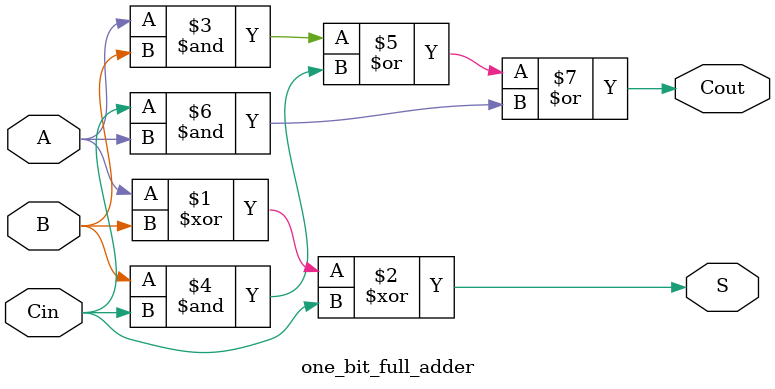
<source format=v>
module one_bit_full_adder(A,B,Cin,S,
						  Cout);
  
input A, B, Cin;
output S, Cout;
  

 assign  S = A ^ B ^ Cin;                     
 assign  Cout = (A & B) | (B & Cin) | (Cin & A); 

  
endmodule

</source>
